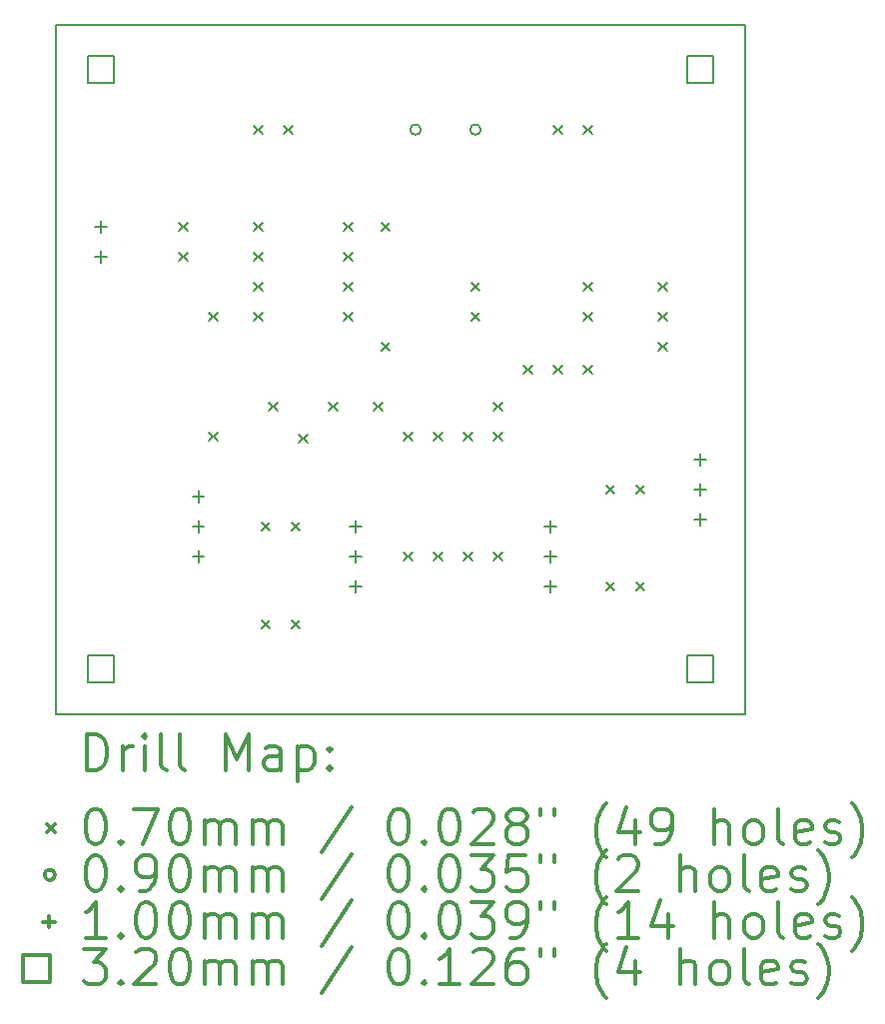
<source format=gbr>
%FSLAX45Y45*%
G04 Gerber Fmt 4.5, Leading zero omitted, Abs format (unit mm)*
G04 Created by KiCad (PCBNEW 4.0.1-stable) date 01/28/17 17:52:14*
%MOMM*%
G01*
G04 APERTURE LIST*
%ADD10C,0.127000*%
%ADD11C,0.150000*%
%ADD12C,0.200000*%
%ADD13C,0.300000*%
G04 APERTURE END LIST*
D10*
D11*
X10795000Y-12954000D02*
X10795000Y-7112000D01*
X16637000Y-12954000D02*
X10795000Y-12954000D01*
X16637000Y-7112000D02*
X16637000Y-12954000D01*
X10795000Y-7112000D02*
X16637000Y-7112000D01*
D12*
X11839500Y-8791500D02*
X11909500Y-8861500D01*
X11909500Y-8791500D02*
X11839500Y-8861500D01*
X11839500Y-9045500D02*
X11909500Y-9115500D01*
X11909500Y-9045500D02*
X11839500Y-9115500D01*
X12093500Y-9553500D02*
X12163500Y-9623500D01*
X12163500Y-9553500D02*
X12093500Y-9623500D01*
X12093500Y-10569500D02*
X12163500Y-10639500D01*
X12163500Y-10569500D02*
X12093500Y-10639500D01*
X12474500Y-7966000D02*
X12544500Y-8036000D01*
X12544500Y-7966000D02*
X12474500Y-8036000D01*
X12474500Y-8791500D02*
X12544500Y-8861500D01*
X12544500Y-8791500D02*
X12474500Y-8861500D01*
X12474500Y-9045500D02*
X12544500Y-9115500D01*
X12544500Y-9045500D02*
X12474500Y-9115500D01*
X12474500Y-9299500D02*
X12544500Y-9369500D01*
X12544500Y-9299500D02*
X12474500Y-9369500D01*
X12474500Y-9553500D02*
X12544500Y-9623500D01*
X12544500Y-9553500D02*
X12474500Y-9623500D01*
X12538000Y-11331500D02*
X12608000Y-11401500D01*
X12608000Y-11331500D02*
X12538000Y-11401500D01*
X12538000Y-12157000D02*
X12608000Y-12227000D01*
X12608000Y-12157000D02*
X12538000Y-12227000D01*
X12601500Y-10315500D02*
X12671500Y-10385500D01*
X12671500Y-10315500D02*
X12601500Y-10385500D01*
X12728500Y-7966000D02*
X12798500Y-8036000D01*
X12798500Y-7966000D02*
X12728500Y-8036000D01*
X12792000Y-11331500D02*
X12862000Y-11401500D01*
X12862000Y-11331500D02*
X12792000Y-11401500D01*
X12792000Y-12157000D02*
X12862000Y-12227000D01*
X12862000Y-12157000D02*
X12792000Y-12227000D01*
X12855500Y-10582200D02*
X12925500Y-10652200D01*
X12925500Y-10582200D02*
X12855500Y-10652200D01*
X13109500Y-10315500D02*
X13179500Y-10385500D01*
X13179500Y-10315500D02*
X13109500Y-10385500D01*
X13236500Y-8791500D02*
X13306500Y-8861500D01*
X13306500Y-8791500D02*
X13236500Y-8861500D01*
X13236500Y-9045500D02*
X13306500Y-9115500D01*
X13306500Y-9045500D02*
X13236500Y-9115500D01*
X13236500Y-9299500D02*
X13306500Y-9369500D01*
X13306500Y-9299500D02*
X13236500Y-9369500D01*
X13236500Y-9553500D02*
X13306500Y-9623500D01*
X13306500Y-9553500D02*
X13236500Y-9623500D01*
X13490500Y-10315500D02*
X13560500Y-10385500D01*
X13560500Y-10315500D02*
X13490500Y-10385500D01*
X13554000Y-8791500D02*
X13624000Y-8861500D01*
X13624000Y-8791500D02*
X13554000Y-8861500D01*
X13554000Y-9807500D02*
X13624000Y-9877500D01*
X13624000Y-9807500D02*
X13554000Y-9877500D01*
X13744500Y-10569500D02*
X13814500Y-10639500D01*
X13814500Y-10569500D02*
X13744500Y-10639500D01*
X13744500Y-11585500D02*
X13814500Y-11655500D01*
X13814500Y-11585500D02*
X13744500Y-11655500D01*
X13998500Y-10569500D02*
X14068500Y-10639500D01*
X14068500Y-10569500D02*
X13998500Y-10639500D01*
X13998500Y-11585500D02*
X14068500Y-11655500D01*
X14068500Y-11585500D02*
X13998500Y-11655500D01*
X14252500Y-10569500D02*
X14322500Y-10639500D01*
X14322500Y-10569500D02*
X14252500Y-10639500D01*
X14252500Y-11585500D02*
X14322500Y-11655500D01*
X14322500Y-11585500D02*
X14252500Y-11655500D01*
X14316000Y-9299500D02*
X14386000Y-9369500D01*
X14386000Y-9299500D02*
X14316000Y-9369500D01*
X14316000Y-9553500D02*
X14386000Y-9623500D01*
X14386000Y-9553500D02*
X14316000Y-9623500D01*
X14506500Y-10315500D02*
X14576500Y-10385500D01*
X14576500Y-10315500D02*
X14506500Y-10385500D01*
X14506500Y-10569500D02*
X14576500Y-10639500D01*
X14576500Y-10569500D02*
X14506500Y-10639500D01*
X14506500Y-11585500D02*
X14576500Y-11655500D01*
X14576500Y-11585500D02*
X14506500Y-11655500D01*
X14760500Y-9998000D02*
X14830500Y-10068000D01*
X14830500Y-9998000D02*
X14760500Y-10068000D01*
X15014500Y-7966000D02*
X15084500Y-8036000D01*
X15084500Y-7966000D02*
X15014500Y-8036000D01*
X15014500Y-9998000D02*
X15084500Y-10068000D01*
X15084500Y-9998000D02*
X15014500Y-10068000D01*
X15268500Y-7966000D02*
X15338500Y-8036000D01*
X15338500Y-7966000D02*
X15268500Y-8036000D01*
X15268500Y-9299500D02*
X15338500Y-9369500D01*
X15338500Y-9299500D02*
X15268500Y-9369500D01*
X15268500Y-9553500D02*
X15338500Y-9623500D01*
X15338500Y-9553500D02*
X15268500Y-9623500D01*
X15268500Y-9998000D02*
X15338500Y-10068000D01*
X15338500Y-9998000D02*
X15268500Y-10068000D01*
X15459000Y-11014000D02*
X15529000Y-11084000D01*
X15529000Y-11014000D02*
X15459000Y-11084000D01*
X15459000Y-11839500D02*
X15529000Y-11909500D01*
X15529000Y-11839500D02*
X15459000Y-11909500D01*
X15713000Y-11014000D02*
X15783000Y-11084000D01*
X15783000Y-11014000D02*
X15713000Y-11084000D01*
X15713000Y-11839500D02*
X15783000Y-11909500D01*
X15783000Y-11839500D02*
X15713000Y-11909500D01*
X15903500Y-9299500D02*
X15973500Y-9369500D01*
X15973500Y-9299500D02*
X15903500Y-9369500D01*
X15903500Y-9553500D02*
X15973500Y-9623500D01*
X15973500Y-9553500D02*
X15903500Y-9623500D01*
X15903500Y-9807500D02*
X15973500Y-9877500D01*
X15973500Y-9807500D02*
X15903500Y-9877500D01*
X13888000Y-8001000D02*
G75*
G03X13888000Y-8001000I-45000J0D01*
G01*
X14396000Y-8001000D02*
G75*
G03X14396000Y-8001000I-45000J0D01*
G01*
X11176000Y-8776500D02*
X11176000Y-8876500D01*
X11126000Y-8826500D02*
X11226000Y-8826500D01*
X11176000Y-9030500D02*
X11176000Y-9130500D01*
X11126000Y-9080500D02*
X11226000Y-9080500D01*
X12001500Y-11062500D02*
X12001500Y-11162500D01*
X11951500Y-11112500D02*
X12051500Y-11112500D01*
X12001500Y-11316500D02*
X12001500Y-11416500D01*
X11951500Y-11366500D02*
X12051500Y-11366500D01*
X12001500Y-11570500D02*
X12001500Y-11670500D01*
X11951500Y-11620500D02*
X12051500Y-11620500D01*
X13335000Y-11316500D02*
X13335000Y-11416500D01*
X13285000Y-11366500D02*
X13385000Y-11366500D01*
X13335000Y-11570500D02*
X13335000Y-11670500D01*
X13285000Y-11620500D02*
X13385000Y-11620500D01*
X13335000Y-11824500D02*
X13335000Y-11924500D01*
X13285000Y-11874500D02*
X13385000Y-11874500D01*
X14986000Y-11316500D02*
X14986000Y-11416500D01*
X14936000Y-11366500D02*
X15036000Y-11366500D01*
X14986000Y-11570500D02*
X14986000Y-11670500D01*
X14936000Y-11620500D02*
X15036000Y-11620500D01*
X14986000Y-11824500D02*
X14986000Y-11924500D01*
X14936000Y-11874500D02*
X15036000Y-11874500D01*
X16256000Y-10745000D02*
X16256000Y-10845000D01*
X16206000Y-10795000D02*
X16306000Y-10795000D01*
X16256000Y-10999000D02*
X16256000Y-11099000D01*
X16206000Y-11049000D02*
X16306000Y-11049000D01*
X16256000Y-11253000D02*
X16256000Y-11353000D01*
X16206000Y-11303000D02*
X16306000Y-11303000D01*
X11289138Y-7606138D02*
X11289138Y-7379862D01*
X11062862Y-7379862D01*
X11062862Y-7606138D01*
X11289138Y-7606138D01*
X11289138Y-12686138D02*
X11289138Y-12459862D01*
X11062862Y-12459862D01*
X11062862Y-12686138D01*
X11289138Y-12686138D01*
X16369138Y-7606138D02*
X16369138Y-7379862D01*
X16142862Y-7379862D01*
X16142862Y-7606138D01*
X16369138Y-7606138D01*
X16369138Y-12686138D02*
X16369138Y-12459862D01*
X16142862Y-12459862D01*
X16142862Y-12686138D01*
X16369138Y-12686138D01*
D13*
X11058929Y-13427214D02*
X11058929Y-13127214D01*
X11130357Y-13127214D01*
X11173214Y-13141500D01*
X11201786Y-13170071D01*
X11216071Y-13198643D01*
X11230357Y-13255786D01*
X11230357Y-13298643D01*
X11216071Y-13355786D01*
X11201786Y-13384357D01*
X11173214Y-13412929D01*
X11130357Y-13427214D01*
X11058929Y-13427214D01*
X11358928Y-13427214D02*
X11358928Y-13227214D01*
X11358928Y-13284357D02*
X11373214Y-13255786D01*
X11387500Y-13241500D01*
X11416071Y-13227214D01*
X11444643Y-13227214D01*
X11544643Y-13427214D02*
X11544643Y-13227214D01*
X11544643Y-13127214D02*
X11530357Y-13141500D01*
X11544643Y-13155786D01*
X11558928Y-13141500D01*
X11544643Y-13127214D01*
X11544643Y-13155786D01*
X11730357Y-13427214D02*
X11701786Y-13412929D01*
X11687500Y-13384357D01*
X11687500Y-13127214D01*
X11887500Y-13427214D02*
X11858928Y-13412929D01*
X11844643Y-13384357D01*
X11844643Y-13127214D01*
X12230357Y-13427214D02*
X12230357Y-13127214D01*
X12330357Y-13341500D01*
X12430357Y-13127214D01*
X12430357Y-13427214D01*
X12701786Y-13427214D02*
X12701786Y-13270071D01*
X12687500Y-13241500D01*
X12658928Y-13227214D01*
X12601786Y-13227214D01*
X12573214Y-13241500D01*
X12701786Y-13412929D02*
X12673214Y-13427214D01*
X12601786Y-13427214D01*
X12573214Y-13412929D01*
X12558928Y-13384357D01*
X12558928Y-13355786D01*
X12573214Y-13327214D01*
X12601786Y-13312929D01*
X12673214Y-13312929D01*
X12701786Y-13298643D01*
X12844643Y-13227214D02*
X12844643Y-13527214D01*
X12844643Y-13241500D02*
X12873214Y-13227214D01*
X12930357Y-13227214D01*
X12958928Y-13241500D01*
X12973214Y-13255786D01*
X12987500Y-13284357D01*
X12987500Y-13370071D01*
X12973214Y-13398643D01*
X12958928Y-13412929D01*
X12930357Y-13427214D01*
X12873214Y-13427214D01*
X12844643Y-13412929D01*
X13116071Y-13398643D02*
X13130357Y-13412929D01*
X13116071Y-13427214D01*
X13101786Y-13412929D01*
X13116071Y-13398643D01*
X13116071Y-13427214D01*
X13116071Y-13241500D02*
X13130357Y-13255786D01*
X13116071Y-13270071D01*
X13101786Y-13255786D01*
X13116071Y-13241500D01*
X13116071Y-13270071D01*
X10717500Y-13886500D02*
X10787500Y-13956500D01*
X10787500Y-13886500D02*
X10717500Y-13956500D01*
X11116071Y-13757214D02*
X11144643Y-13757214D01*
X11173214Y-13771500D01*
X11187500Y-13785786D01*
X11201786Y-13814357D01*
X11216071Y-13871500D01*
X11216071Y-13942929D01*
X11201786Y-14000071D01*
X11187500Y-14028643D01*
X11173214Y-14042929D01*
X11144643Y-14057214D01*
X11116071Y-14057214D01*
X11087500Y-14042929D01*
X11073214Y-14028643D01*
X11058929Y-14000071D01*
X11044643Y-13942929D01*
X11044643Y-13871500D01*
X11058929Y-13814357D01*
X11073214Y-13785786D01*
X11087500Y-13771500D01*
X11116071Y-13757214D01*
X11344643Y-14028643D02*
X11358928Y-14042929D01*
X11344643Y-14057214D01*
X11330357Y-14042929D01*
X11344643Y-14028643D01*
X11344643Y-14057214D01*
X11458928Y-13757214D02*
X11658928Y-13757214D01*
X11530357Y-14057214D01*
X11830357Y-13757214D02*
X11858928Y-13757214D01*
X11887500Y-13771500D01*
X11901786Y-13785786D01*
X11916071Y-13814357D01*
X11930357Y-13871500D01*
X11930357Y-13942929D01*
X11916071Y-14000071D01*
X11901786Y-14028643D01*
X11887500Y-14042929D01*
X11858928Y-14057214D01*
X11830357Y-14057214D01*
X11801786Y-14042929D01*
X11787500Y-14028643D01*
X11773214Y-14000071D01*
X11758928Y-13942929D01*
X11758928Y-13871500D01*
X11773214Y-13814357D01*
X11787500Y-13785786D01*
X11801786Y-13771500D01*
X11830357Y-13757214D01*
X12058928Y-14057214D02*
X12058928Y-13857214D01*
X12058928Y-13885786D02*
X12073214Y-13871500D01*
X12101786Y-13857214D01*
X12144643Y-13857214D01*
X12173214Y-13871500D01*
X12187500Y-13900071D01*
X12187500Y-14057214D01*
X12187500Y-13900071D02*
X12201786Y-13871500D01*
X12230357Y-13857214D01*
X12273214Y-13857214D01*
X12301786Y-13871500D01*
X12316071Y-13900071D01*
X12316071Y-14057214D01*
X12458928Y-14057214D02*
X12458928Y-13857214D01*
X12458928Y-13885786D02*
X12473214Y-13871500D01*
X12501786Y-13857214D01*
X12544643Y-13857214D01*
X12573214Y-13871500D01*
X12587500Y-13900071D01*
X12587500Y-14057214D01*
X12587500Y-13900071D02*
X12601786Y-13871500D01*
X12630357Y-13857214D01*
X12673214Y-13857214D01*
X12701786Y-13871500D01*
X12716071Y-13900071D01*
X12716071Y-14057214D01*
X13301786Y-13742929D02*
X13044643Y-14128643D01*
X13687500Y-13757214D02*
X13716071Y-13757214D01*
X13744643Y-13771500D01*
X13758928Y-13785786D01*
X13773214Y-13814357D01*
X13787500Y-13871500D01*
X13787500Y-13942929D01*
X13773214Y-14000071D01*
X13758928Y-14028643D01*
X13744643Y-14042929D01*
X13716071Y-14057214D01*
X13687500Y-14057214D01*
X13658928Y-14042929D01*
X13644643Y-14028643D01*
X13630357Y-14000071D01*
X13616071Y-13942929D01*
X13616071Y-13871500D01*
X13630357Y-13814357D01*
X13644643Y-13785786D01*
X13658928Y-13771500D01*
X13687500Y-13757214D01*
X13916071Y-14028643D02*
X13930357Y-14042929D01*
X13916071Y-14057214D01*
X13901786Y-14042929D01*
X13916071Y-14028643D01*
X13916071Y-14057214D01*
X14116071Y-13757214D02*
X14144643Y-13757214D01*
X14173214Y-13771500D01*
X14187500Y-13785786D01*
X14201785Y-13814357D01*
X14216071Y-13871500D01*
X14216071Y-13942929D01*
X14201785Y-14000071D01*
X14187500Y-14028643D01*
X14173214Y-14042929D01*
X14144643Y-14057214D01*
X14116071Y-14057214D01*
X14087500Y-14042929D01*
X14073214Y-14028643D01*
X14058928Y-14000071D01*
X14044643Y-13942929D01*
X14044643Y-13871500D01*
X14058928Y-13814357D01*
X14073214Y-13785786D01*
X14087500Y-13771500D01*
X14116071Y-13757214D01*
X14330357Y-13785786D02*
X14344643Y-13771500D01*
X14373214Y-13757214D01*
X14444643Y-13757214D01*
X14473214Y-13771500D01*
X14487500Y-13785786D01*
X14501785Y-13814357D01*
X14501785Y-13842929D01*
X14487500Y-13885786D01*
X14316071Y-14057214D01*
X14501785Y-14057214D01*
X14673214Y-13885786D02*
X14644643Y-13871500D01*
X14630357Y-13857214D01*
X14616071Y-13828643D01*
X14616071Y-13814357D01*
X14630357Y-13785786D01*
X14644643Y-13771500D01*
X14673214Y-13757214D01*
X14730357Y-13757214D01*
X14758928Y-13771500D01*
X14773214Y-13785786D01*
X14787500Y-13814357D01*
X14787500Y-13828643D01*
X14773214Y-13857214D01*
X14758928Y-13871500D01*
X14730357Y-13885786D01*
X14673214Y-13885786D01*
X14644643Y-13900071D01*
X14630357Y-13914357D01*
X14616071Y-13942929D01*
X14616071Y-14000071D01*
X14630357Y-14028643D01*
X14644643Y-14042929D01*
X14673214Y-14057214D01*
X14730357Y-14057214D01*
X14758928Y-14042929D01*
X14773214Y-14028643D01*
X14787500Y-14000071D01*
X14787500Y-13942929D01*
X14773214Y-13914357D01*
X14758928Y-13900071D01*
X14730357Y-13885786D01*
X14901786Y-13757214D02*
X14901786Y-13814357D01*
X15016071Y-13757214D02*
X15016071Y-13814357D01*
X15458928Y-14171500D02*
X15444643Y-14157214D01*
X15416071Y-14114357D01*
X15401785Y-14085786D01*
X15387500Y-14042929D01*
X15373214Y-13971500D01*
X15373214Y-13914357D01*
X15387500Y-13842929D01*
X15401785Y-13800071D01*
X15416071Y-13771500D01*
X15444643Y-13728643D01*
X15458928Y-13714357D01*
X15701785Y-13857214D02*
X15701785Y-14057214D01*
X15630357Y-13742929D02*
X15558928Y-13957214D01*
X15744643Y-13957214D01*
X15873214Y-14057214D02*
X15930357Y-14057214D01*
X15958928Y-14042929D01*
X15973214Y-14028643D01*
X16001785Y-13985786D01*
X16016071Y-13928643D01*
X16016071Y-13814357D01*
X16001785Y-13785786D01*
X15987500Y-13771500D01*
X15958928Y-13757214D01*
X15901785Y-13757214D01*
X15873214Y-13771500D01*
X15858928Y-13785786D01*
X15844643Y-13814357D01*
X15844643Y-13885786D01*
X15858928Y-13914357D01*
X15873214Y-13928643D01*
X15901785Y-13942929D01*
X15958928Y-13942929D01*
X15987500Y-13928643D01*
X16001785Y-13914357D01*
X16016071Y-13885786D01*
X16373214Y-14057214D02*
X16373214Y-13757214D01*
X16501785Y-14057214D02*
X16501785Y-13900071D01*
X16487500Y-13871500D01*
X16458928Y-13857214D01*
X16416071Y-13857214D01*
X16387500Y-13871500D01*
X16373214Y-13885786D01*
X16687500Y-14057214D02*
X16658928Y-14042929D01*
X16644643Y-14028643D01*
X16630357Y-14000071D01*
X16630357Y-13914357D01*
X16644643Y-13885786D01*
X16658928Y-13871500D01*
X16687500Y-13857214D01*
X16730357Y-13857214D01*
X16758928Y-13871500D01*
X16773214Y-13885786D01*
X16787500Y-13914357D01*
X16787500Y-14000071D01*
X16773214Y-14028643D01*
X16758928Y-14042929D01*
X16730357Y-14057214D01*
X16687500Y-14057214D01*
X16958928Y-14057214D02*
X16930357Y-14042929D01*
X16916071Y-14014357D01*
X16916071Y-13757214D01*
X17187500Y-14042929D02*
X17158929Y-14057214D01*
X17101786Y-14057214D01*
X17073214Y-14042929D01*
X17058929Y-14014357D01*
X17058929Y-13900071D01*
X17073214Y-13871500D01*
X17101786Y-13857214D01*
X17158929Y-13857214D01*
X17187500Y-13871500D01*
X17201786Y-13900071D01*
X17201786Y-13928643D01*
X17058929Y-13957214D01*
X17316071Y-14042929D02*
X17344643Y-14057214D01*
X17401786Y-14057214D01*
X17430357Y-14042929D01*
X17444643Y-14014357D01*
X17444643Y-14000071D01*
X17430357Y-13971500D01*
X17401786Y-13957214D01*
X17358929Y-13957214D01*
X17330357Y-13942929D01*
X17316071Y-13914357D01*
X17316071Y-13900071D01*
X17330357Y-13871500D01*
X17358929Y-13857214D01*
X17401786Y-13857214D01*
X17430357Y-13871500D01*
X17544643Y-14171500D02*
X17558929Y-14157214D01*
X17587500Y-14114357D01*
X17601786Y-14085786D01*
X17616071Y-14042929D01*
X17630357Y-13971500D01*
X17630357Y-13914357D01*
X17616071Y-13842929D01*
X17601786Y-13800071D01*
X17587500Y-13771500D01*
X17558929Y-13728643D01*
X17544643Y-13714357D01*
X10787500Y-14317500D02*
G75*
G03X10787500Y-14317500I-45000J0D01*
G01*
X11116071Y-14153214D02*
X11144643Y-14153214D01*
X11173214Y-14167500D01*
X11187500Y-14181786D01*
X11201786Y-14210357D01*
X11216071Y-14267500D01*
X11216071Y-14338929D01*
X11201786Y-14396071D01*
X11187500Y-14424643D01*
X11173214Y-14438929D01*
X11144643Y-14453214D01*
X11116071Y-14453214D01*
X11087500Y-14438929D01*
X11073214Y-14424643D01*
X11058929Y-14396071D01*
X11044643Y-14338929D01*
X11044643Y-14267500D01*
X11058929Y-14210357D01*
X11073214Y-14181786D01*
X11087500Y-14167500D01*
X11116071Y-14153214D01*
X11344643Y-14424643D02*
X11358928Y-14438929D01*
X11344643Y-14453214D01*
X11330357Y-14438929D01*
X11344643Y-14424643D01*
X11344643Y-14453214D01*
X11501786Y-14453214D02*
X11558928Y-14453214D01*
X11587500Y-14438929D01*
X11601786Y-14424643D01*
X11630357Y-14381786D01*
X11644643Y-14324643D01*
X11644643Y-14210357D01*
X11630357Y-14181786D01*
X11616071Y-14167500D01*
X11587500Y-14153214D01*
X11530357Y-14153214D01*
X11501786Y-14167500D01*
X11487500Y-14181786D01*
X11473214Y-14210357D01*
X11473214Y-14281786D01*
X11487500Y-14310357D01*
X11501786Y-14324643D01*
X11530357Y-14338929D01*
X11587500Y-14338929D01*
X11616071Y-14324643D01*
X11630357Y-14310357D01*
X11644643Y-14281786D01*
X11830357Y-14153214D02*
X11858928Y-14153214D01*
X11887500Y-14167500D01*
X11901786Y-14181786D01*
X11916071Y-14210357D01*
X11930357Y-14267500D01*
X11930357Y-14338929D01*
X11916071Y-14396071D01*
X11901786Y-14424643D01*
X11887500Y-14438929D01*
X11858928Y-14453214D01*
X11830357Y-14453214D01*
X11801786Y-14438929D01*
X11787500Y-14424643D01*
X11773214Y-14396071D01*
X11758928Y-14338929D01*
X11758928Y-14267500D01*
X11773214Y-14210357D01*
X11787500Y-14181786D01*
X11801786Y-14167500D01*
X11830357Y-14153214D01*
X12058928Y-14453214D02*
X12058928Y-14253214D01*
X12058928Y-14281786D02*
X12073214Y-14267500D01*
X12101786Y-14253214D01*
X12144643Y-14253214D01*
X12173214Y-14267500D01*
X12187500Y-14296071D01*
X12187500Y-14453214D01*
X12187500Y-14296071D02*
X12201786Y-14267500D01*
X12230357Y-14253214D01*
X12273214Y-14253214D01*
X12301786Y-14267500D01*
X12316071Y-14296071D01*
X12316071Y-14453214D01*
X12458928Y-14453214D02*
X12458928Y-14253214D01*
X12458928Y-14281786D02*
X12473214Y-14267500D01*
X12501786Y-14253214D01*
X12544643Y-14253214D01*
X12573214Y-14267500D01*
X12587500Y-14296071D01*
X12587500Y-14453214D01*
X12587500Y-14296071D02*
X12601786Y-14267500D01*
X12630357Y-14253214D01*
X12673214Y-14253214D01*
X12701786Y-14267500D01*
X12716071Y-14296071D01*
X12716071Y-14453214D01*
X13301786Y-14138929D02*
X13044643Y-14524643D01*
X13687500Y-14153214D02*
X13716071Y-14153214D01*
X13744643Y-14167500D01*
X13758928Y-14181786D01*
X13773214Y-14210357D01*
X13787500Y-14267500D01*
X13787500Y-14338929D01*
X13773214Y-14396071D01*
X13758928Y-14424643D01*
X13744643Y-14438929D01*
X13716071Y-14453214D01*
X13687500Y-14453214D01*
X13658928Y-14438929D01*
X13644643Y-14424643D01*
X13630357Y-14396071D01*
X13616071Y-14338929D01*
X13616071Y-14267500D01*
X13630357Y-14210357D01*
X13644643Y-14181786D01*
X13658928Y-14167500D01*
X13687500Y-14153214D01*
X13916071Y-14424643D02*
X13930357Y-14438929D01*
X13916071Y-14453214D01*
X13901786Y-14438929D01*
X13916071Y-14424643D01*
X13916071Y-14453214D01*
X14116071Y-14153214D02*
X14144643Y-14153214D01*
X14173214Y-14167500D01*
X14187500Y-14181786D01*
X14201785Y-14210357D01*
X14216071Y-14267500D01*
X14216071Y-14338929D01*
X14201785Y-14396071D01*
X14187500Y-14424643D01*
X14173214Y-14438929D01*
X14144643Y-14453214D01*
X14116071Y-14453214D01*
X14087500Y-14438929D01*
X14073214Y-14424643D01*
X14058928Y-14396071D01*
X14044643Y-14338929D01*
X14044643Y-14267500D01*
X14058928Y-14210357D01*
X14073214Y-14181786D01*
X14087500Y-14167500D01*
X14116071Y-14153214D01*
X14316071Y-14153214D02*
X14501785Y-14153214D01*
X14401785Y-14267500D01*
X14444643Y-14267500D01*
X14473214Y-14281786D01*
X14487500Y-14296071D01*
X14501785Y-14324643D01*
X14501785Y-14396071D01*
X14487500Y-14424643D01*
X14473214Y-14438929D01*
X14444643Y-14453214D01*
X14358928Y-14453214D01*
X14330357Y-14438929D01*
X14316071Y-14424643D01*
X14773214Y-14153214D02*
X14630357Y-14153214D01*
X14616071Y-14296071D01*
X14630357Y-14281786D01*
X14658928Y-14267500D01*
X14730357Y-14267500D01*
X14758928Y-14281786D01*
X14773214Y-14296071D01*
X14787500Y-14324643D01*
X14787500Y-14396071D01*
X14773214Y-14424643D01*
X14758928Y-14438929D01*
X14730357Y-14453214D01*
X14658928Y-14453214D01*
X14630357Y-14438929D01*
X14616071Y-14424643D01*
X14901786Y-14153214D02*
X14901786Y-14210357D01*
X15016071Y-14153214D02*
X15016071Y-14210357D01*
X15458928Y-14567500D02*
X15444643Y-14553214D01*
X15416071Y-14510357D01*
X15401785Y-14481786D01*
X15387500Y-14438929D01*
X15373214Y-14367500D01*
X15373214Y-14310357D01*
X15387500Y-14238929D01*
X15401785Y-14196071D01*
X15416071Y-14167500D01*
X15444643Y-14124643D01*
X15458928Y-14110357D01*
X15558928Y-14181786D02*
X15573214Y-14167500D01*
X15601785Y-14153214D01*
X15673214Y-14153214D01*
X15701785Y-14167500D01*
X15716071Y-14181786D01*
X15730357Y-14210357D01*
X15730357Y-14238929D01*
X15716071Y-14281786D01*
X15544643Y-14453214D01*
X15730357Y-14453214D01*
X16087500Y-14453214D02*
X16087500Y-14153214D01*
X16216071Y-14453214D02*
X16216071Y-14296071D01*
X16201785Y-14267500D01*
X16173214Y-14253214D01*
X16130357Y-14253214D01*
X16101785Y-14267500D01*
X16087500Y-14281786D01*
X16401785Y-14453214D02*
X16373214Y-14438929D01*
X16358928Y-14424643D01*
X16344643Y-14396071D01*
X16344643Y-14310357D01*
X16358928Y-14281786D01*
X16373214Y-14267500D01*
X16401785Y-14253214D01*
X16444643Y-14253214D01*
X16473214Y-14267500D01*
X16487500Y-14281786D01*
X16501785Y-14310357D01*
X16501785Y-14396071D01*
X16487500Y-14424643D01*
X16473214Y-14438929D01*
X16444643Y-14453214D01*
X16401785Y-14453214D01*
X16673214Y-14453214D02*
X16644643Y-14438929D01*
X16630357Y-14410357D01*
X16630357Y-14153214D01*
X16901786Y-14438929D02*
X16873214Y-14453214D01*
X16816071Y-14453214D01*
X16787500Y-14438929D01*
X16773214Y-14410357D01*
X16773214Y-14296071D01*
X16787500Y-14267500D01*
X16816071Y-14253214D01*
X16873214Y-14253214D01*
X16901786Y-14267500D01*
X16916071Y-14296071D01*
X16916071Y-14324643D01*
X16773214Y-14353214D01*
X17030357Y-14438929D02*
X17058929Y-14453214D01*
X17116071Y-14453214D01*
X17144643Y-14438929D01*
X17158929Y-14410357D01*
X17158929Y-14396071D01*
X17144643Y-14367500D01*
X17116071Y-14353214D01*
X17073214Y-14353214D01*
X17044643Y-14338929D01*
X17030357Y-14310357D01*
X17030357Y-14296071D01*
X17044643Y-14267500D01*
X17073214Y-14253214D01*
X17116071Y-14253214D01*
X17144643Y-14267500D01*
X17258928Y-14567500D02*
X17273214Y-14553214D01*
X17301786Y-14510357D01*
X17316071Y-14481786D01*
X17330357Y-14438929D01*
X17344643Y-14367500D01*
X17344643Y-14310357D01*
X17330357Y-14238929D01*
X17316071Y-14196071D01*
X17301786Y-14167500D01*
X17273214Y-14124643D01*
X17258928Y-14110357D01*
X10737500Y-14663500D02*
X10737500Y-14763500D01*
X10687500Y-14713500D02*
X10787500Y-14713500D01*
X11216071Y-14849214D02*
X11044643Y-14849214D01*
X11130357Y-14849214D02*
X11130357Y-14549214D01*
X11101786Y-14592071D01*
X11073214Y-14620643D01*
X11044643Y-14634929D01*
X11344643Y-14820643D02*
X11358928Y-14834929D01*
X11344643Y-14849214D01*
X11330357Y-14834929D01*
X11344643Y-14820643D01*
X11344643Y-14849214D01*
X11544643Y-14549214D02*
X11573214Y-14549214D01*
X11601786Y-14563500D01*
X11616071Y-14577786D01*
X11630357Y-14606357D01*
X11644643Y-14663500D01*
X11644643Y-14734929D01*
X11630357Y-14792071D01*
X11616071Y-14820643D01*
X11601786Y-14834929D01*
X11573214Y-14849214D01*
X11544643Y-14849214D01*
X11516071Y-14834929D01*
X11501786Y-14820643D01*
X11487500Y-14792071D01*
X11473214Y-14734929D01*
X11473214Y-14663500D01*
X11487500Y-14606357D01*
X11501786Y-14577786D01*
X11516071Y-14563500D01*
X11544643Y-14549214D01*
X11830357Y-14549214D02*
X11858928Y-14549214D01*
X11887500Y-14563500D01*
X11901786Y-14577786D01*
X11916071Y-14606357D01*
X11930357Y-14663500D01*
X11930357Y-14734929D01*
X11916071Y-14792071D01*
X11901786Y-14820643D01*
X11887500Y-14834929D01*
X11858928Y-14849214D01*
X11830357Y-14849214D01*
X11801786Y-14834929D01*
X11787500Y-14820643D01*
X11773214Y-14792071D01*
X11758928Y-14734929D01*
X11758928Y-14663500D01*
X11773214Y-14606357D01*
X11787500Y-14577786D01*
X11801786Y-14563500D01*
X11830357Y-14549214D01*
X12058928Y-14849214D02*
X12058928Y-14649214D01*
X12058928Y-14677786D02*
X12073214Y-14663500D01*
X12101786Y-14649214D01*
X12144643Y-14649214D01*
X12173214Y-14663500D01*
X12187500Y-14692071D01*
X12187500Y-14849214D01*
X12187500Y-14692071D02*
X12201786Y-14663500D01*
X12230357Y-14649214D01*
X12273214Y-14649214D01*
X12301786Y-14663500D01*
X12316071Y-14692071D01*
X12316071Y-14849214D01*
X12458928Y-14849214D02*
X12458928Y-14649214D01*
X12458928Y-14677786D02*
X12473214Y-14663500D01*
X12501786Y-14649214D01*
X12544643Y-14649214D01*
X12573214Y-14663500D01*
X12587500Y-14692071D01*
X12587500Y-14849214D01*
X12587500Y-14692071D02*
X12601786Y-14663500D01*
X12630357Y-14649214D01*
X12673214Y-14649214D01*
X12701786Y-14663500D01*
X12716071Y-14692071D01*
X12716071Y-14849214D01*
X13301786Y-14534929D02*
X13044643Y-14920643D01*
X13687500Y-14549214D02*
X13716071Y-14549214D01*
X13744643Y-14563500D01*
X13758928Y-14577786D01*
X13773214Y-14606357D01*
X13787500Y-14663500D01*
X13787500Y-14734929D01*
X13773214Y-14792071D01*
X13758928Y-14820643D01*
X13744643Y-14834929D01*
X13716071Y-14849214D01*
X13687500Y-14849214D01*
X13658928Y-14834929D01*
X13644643Y-14820643D01*
X13630357Y-14792071D01*
X13616071Y-14734929D01*
X13616071Y-14663500D01*
X13630357Y-14606357D01*
X13644643Y-14577786D01*
X13658928Y-14563500D01*
X13687500Y-14549214D01*
X13916071Y-14820643D02*
X13930357Y-14834929D01*
X13916071Y-14849214D01*
X13901786Y-14834929D01*
X13916071Y-14820643D01*
X13916071Y-14849214D01*
X14116071Y-14549214D02*
X14144643Y-14549214D01*
X14173214Y-14563500D01*
X14187500Y-14577786D01*
X14201785Y-14606357D01*
X14216071Y-14663500D01*
X14216071Y-14734929D01*
X14201785Y-14792071D01*
X14187500Y-14820643D01*
X14173214Y-14834929D01*
X14144643Y-14849214D01*
X14116071Y-14849214D01*
X14087500Y-14834929D01*
X14073214Y-14820643D01*
X14058928Y-14792071D01*
X14044643Y-14734929D01*
X14044643Y-14663500D01*
X14058928Y-14606357D01*
X14073214Y-14577786D01*
X14087500Y-14563500D01*
X14116071Y-14549214D01*
X14316071Y-14549214D02*
X14501785Y-14549214D01*
X14401785Y-14663500D01*
X14444643Y-14663500D01*
X14473214Y-14677786D01*
X14487500Y-14692071D01*
X14501785Y-14720643D01*
X14501785Y-14792071D01*
X14487500Y-14820643D01*
X14473214Y-14834929D01*
X14444643Y-14849214D01*
X14358928Y-14849214D01*
X14330357Y-14834929D01*
X14316071Y-14820643D01*
X14644643Y-14849214D02*
X14701785Y-14849214D01*
X14730357Y-14834929D01*
X14744643Y-14820643D01*
X14773214Y-14777786D01*
X14787500Y-14720643D01*
X14787500Y-14606357D01*
X14773214Y-14577786D01*
X14758928Y-14563500D01*
X14730357Y-14549214D01*
X14673214Y-14549214D01*
X14644643Y-14563500D01*
X14630357Y-14577786D01*
X14616071Y-14606357D01*
X14616071Y-14677786D01*
X14630357Y-14706357D01*
X14644643Y-14720643D01*
X14673214Y-14734929D01*
X14730357Y-14734929D01*
X14758928Y-14720643D01*
X14773214Y-14706357D01*
X14787500Y-14677786D01*
X14901786Y-14549214D02*
X14901786Y-14606357D01*
X15016071Y-14549214D02*
X15016071Y-14606357D01*
X15458928Y-14963500D02*
X15444643Y-14949214D01*
X15416071Y-14906357D01*
X15401785Y-14877786D01*
X15387500Y-14834929D01*
X15373214Y-14763500D01*
X15373214Y-14706357D01*
X15387500Y-14634929D01*
X15401785Y-14592071D01*
X15416071Y-14563500D01*
X15444643Y-14520643D01*
X15458928Y-14506357D01*
X15730357Y-14849214D02*
X15558928Y-14849214D01*
X15644643Y-14849214D02*
X15644643Y-14549214D01*
X15616071Y-14592071D01*
X15587500Y-14620643D01*
X15558928Y-14634929D01*
X15987500Y-14649214D02*
X15987500Y-14849214D01*
X15916071Y-14534929D02*
X15844643Y-14749214D01*
X16030357Y-14749214D01*
X16373214Y-14849214D02*
X16373214Y-14549214D01*
X16501785Y-14849214D02*
X16501785Y-14692071D01*
X16487500Y-14663500D01*
X16458928Y-14649214D01*
X16416071Y-14649214D01*
X16387500Y-14663500D01*
X16373214Y-14677786D01*
X16687500Y-14849214D02*
X16658928Y-14834929D01*
X16644643Y-14820643D01*
X16630357Y-14792071D01*
X16630357Y-14706357D01*
X16644643Y-14677786D01*
X16658928Y-14663500D01*
X16687500Y-14649214D01*
X16730357Y-14649214D01*
X16758928Y-14663500D01*
X16773214Y-14677786D01*
X16787500Y-14706357D01*
X16787500Y-14792071D01*
X16773214Y-14820643D01*
X16758928Y-14834929D01*
X16730357Y-14849214D01*
X16687500Y-14849214D01*
X16958928Y-14849214D02*
X16930357Y-14834929D01*
X16916071Y-14806357D01*
X16916071Y-14549214D01*
X17187500Y-14834929D02*
X17158929Y-14849214D01*
X17101786Y-14849214D01*
X17073214Y-14834929D01*
X17058929Y-14806357D01*
X17058929Y-14692071D01*
X17073214Y-14663500D01*
X17101786Y-14649214D01*
X17158929Y-14649214D01*
X17187500Y-14663500D01*
X17201786Y-14692071D01*
X17201786Y-14720643D01*
X17058929Y-14749214D01*
X17316071Y-14834929D02*
X17344643Y-14849214D01*
X17401786Y-14849214D01*
X17430357Y-14834929D01*
X17444643Y-14806357D01*
X17444643Y-14792071D01*
X17430357Y-14763500D01*
X17401786Y-14749214D01*
X17358929Y-14749214D01*
X17330357Y-14734929D01*
X17316071Y-14706357D01*
X17316071Y-14692071D01*
X17330357Y-14663500D01*
X17358929Y-14649214D01*
X17401786Y-14649214D01*
X17430357Y-14663500D01*
X17544643Y-14963500D02*
X17558929Y-14949214D01*
X17587500Y-14906357D01*
X17601786Y-14877786D01*
X17616071Y-14834929D01*
X17630357Y-14763500D01*
X17630357Y-14706357D01*
X17616071Y-14634929D01*
X17601786Y-14592071D01*
X17587500Y-14563500D01*
X17558929Y-14520643D01*
X17544643Y-14506357D01*
X10740638Y-15222638D02*
X10740638Y-14996362D01*
X10514362Y-14996362D01*
X10514362Y-15222638D01*
X10740638Y-15222638D01*
X11030357Y-14945214D02*
X11216071Y-14945214D01*
X11116071Y-15059500D01*
X11158929Y-15059500D01*
X11187500Y-15073786D01*
X11201786Y-15088071D01*
X11216071Y-15116643D01*
X11216071Y-15188071D01*
X11201786Y-15216643D01*
X11187500Y-15230929D01*
X11158929Y-15245214D01*
X11073214Y-15245214D01*
X11044643Y-15230929D01*
X11030357Y-15216643D01*
X11344643Y-15216643D02*
X11358928Y-15230929D01*
X11344643Y-15245214D01*
X11330357Y-15230929D01*
X11344643Y-15216643D01*
X11344643Y-15245214D01*
X11473214Y-14973786D02*
X11487500Y-14959500D01*
X11516071Y-14945214D01*
X11587500Y-14945214D01*
X11616071Y-14959500D01*
X11630357Y-14973786D01*
X11644643Y-15002357D01*
X11644643Y-15030929D01*
X11630357Y-15073786D01*
X11458928Y-15245214D01*
X11644643Y-15245214D01*
X11830357Y-14945214D02*
X11858928Y-14945214D01*
X11887500Y-14959500D01*
X11901786Y-14973786D01*
X11916071Y-15002357D01*
X11930357Y-15059500D01*
X11930357Y-15130929D01*
X11916071Y-15188071D01*
X11901786Y-15216643D01*
X11887500Y-15230929D01*
X11858928Y-15245214D01*
X11830357Y-15245214D01*
X11801786Y-15230929D01*
X11787500Y-15216643D01*
X11773214Y-15188071D01*
X11758928Y-15130929D01*
X11758928Y-15059500D01*
X11773214Y-15002357D01*
X11787500Y-14973786D01*
X11801786Y-14959500D01*
X11830357Y-14945214D01*
X12058928Y-15245214D02*
X12058928Y-15045214D01*
X12058928Y-15073786D02*
X12073214Y-15059500D01*
X12101786Y-15045214D01*
X12144643Y-15045214D01*
X12173214Y-15059500D01*
X12187500Y-15088071D01*
X12187500Y-15245214D01*
X12187500Y-15088071D02*
X12201786Y-15059500D01*
X12230357Y-15045214D01*
X12273214Y-15045214D01*
X12301786Y-15059500D01*
X12316071Y-15088071D01*
X12316071Y-15245214D01*
X12458928Y-15245214D02*
X12458928Y-15045214D01*
X12458928Y-15073786D02*
X12473214Y-15059500D01*
X12501786Y-15045214D01*
X12544643Y-15045214D01*
X12573214Y-15059500D01*
X12587500Y-15088071D01*
X12587500Y-15245214D01*
X12587500Y-15088071D02*
X12601786Y-15059500D01*
X12630357Y-15045214D01*
X12673214Y-15045214D01*
X12701786Y-15059500D01*
X12716071Y-15088071D01*
X12716071Y-15245214D01*
X13301786Y-14930929D02*
X13044643Y-15316643D01*
X13687500Y-14945214D02*
X13716071Y-14945214D01*
X13744643Y-14959500D01*
X13758928Y-14973786D01*
X13773214Y-15002357D01*
X13787500Y-15059500D01*
X13787500Y-15130929D01*
X13773214Y-15188071D01*
X13758928Y-15216643D01*
X13744643Y-15230929D01*
X13716071Y-15245214D01*
X13687500Y-15245214D01*
X13658928Y-15230929D01*
X13644643Y-15216643D01*
X13630357Y-15188071D01*
X13616071Y-15130929D01*
X13616071Y-15059500D01*
X13630357Y-15002357D01*
X13644643Y-14973786D01*
X13658928Y-14959500D01*
X13687500Y-14945214D01*
X13916071Y-15216643D02*
X13930357Y-15230929D01*
X13916071Y-15245214D01*
X13901786Y-15230929D01*
X13916071Y-15216643D01*
X13916071Y-15245214D01*
X14216071Y-15245214D02*
X14044643Y-15245214D01*
X14130357Y-15245214D02*
X14130357Y-14945214D01*
X14101785Y-14988071D01*
X14073214Y-15016643D01*
X14044643Y-15030929D01*
X14330357Y-14973786D02*
X14344643Y-14959500D01*
X14373214Y-14945214D01*
X14444643Y-14945214D01*
X14473214Y-14959500D01*
X14487500Y-14973786D01*
X14501785Y-15002357D01*
X14501785Y-15030929D01*
X14487500Y-15073786D01*
X14316071Y-15245214D01*
X14501785Y-15245214D01*
X14758928Y-14945214D02*
X14701785Y-14945214D01*
X14673214Y-14959500D01*
X14658928Y-14973786D01*
X14630357Y-15016643D01*
X14616071Y-15073786D01*
X14616071Y-15188071D01*
X14630357Y-15216643D01*
X14644643Y-15230929D01*
X14673214Y-15245214D01*
X14730357Y-15245214D01*
X14758928Y-15230929D01*
X14773214Y-15216643D01*
X14787500Y-15188071D01*
X14787500Y-15116643D01*
X14773214Y-15088071D01*
X14758928Y-15073786D01*
X14730357Y-15059500D01*
X14673214Y-15059500D01*
X14644643Y-15073786D01*
X14630357Y-15088071D01*
X14616071Y-15116643D01*
X14901786Y-14945214D02*
X14901786Y-15002357D01*
X15016071Y-14945214D02*
X15016071Y-15002357D01*
X15458928Y-15359500D02*
X15444643Y-15345214D01*
X15416071Y-15302357D01*
X15401785Y-15273786D01*
X15387500Y-15230929D01*
X15373214Y-15159500D01*
X15373214Y-15102357D01*
X15387500Y-15030929D01*
X15401785Y-14988071D01*
X15416071Y-14959500D01*
X15444643Y-14916643D01*
X15458928Y-14902357D01*
X15701785Y-15045214D02*
X15701785Y-15245214D01*
X15630357Y-14930929D02*
X15558928Y-15145214D01*
X15744643Y-15145214D01*
X16087500Y-15245214D02*
X16087500Y-14945214D01*
X16216071Y-15245214D02*
X16216071Y-15088071D01*
X16201785Y-15059500D01*
X16173214Y-15045214D01*
X16130357Y-15045214D01*
X16101785Y-15059500D01*
X16087500Y-15073786D01*
X16401785Y-15245214D02*
X16373214Y-15230929D01*
X16358928Y-15216643D01*
X16344643Y-15188071D01*
X16344643Y-15102357D01*
X16358928Y-15073786D01*
X16373214Y-15059500D01*
X16401785Y-15045214D01*
X16444643Y-15045214D01*
X16473214Y-15059500D01*
X16487500Y-15073786D01*
X16501785Y-15102357D01*
X16501785Y-15188071D01*
X16487500Y-15216643D01*
X16473214Y-15230929D01*
X16444643Y-15245214D01*
X16401785Y-15245214D01*
X16673214Y-15245214D02*
X16644643Y-15230929D01*
X16630357Y-15202357D01*
X16630357Y-14945214D01*
X16901786Y-15230929D02*
X16873214Y-15245214D01*
X16816071Y-15245214D01*
X16787500Y-15230929D01*
X16773214Y-15202357D01*
X16773214Y-15088071D01*
X16787500Y-15059500D01*
X16816071Y-15045214D01*
X16873214Y-15045214D01*
X16901786Y-15059500D01*
X16916071Y-15088071D01*
X16916071Y-15116643D01*
X16773214Y-15145214D01*
X17030357Y-15230929D02*
X17058929Y-15245214D01*
X17116071Y-15245214D01*
X17144643Y-15230929D01*
X17158929Y-15202357D01*
X17158929Y-15188071D01*
X17144643Y-15159500D01*
X17116071Y-15145214D01*
X17073214Y-15145214D01*
X17044643Y-15130929D01*
X17030357Y-15102357D01*
X17030357Y-15088071D01*
X17044643Y-15059500D01*
X17073214Y-15045214D01*
X17116071Y-15045214D01*
X17144643Y-15059500D01*
X17258928Y-15359500D02*
X17273214Y-15345214D01*
X17301786Y-15302357D01*
X17316071Y-15273786D01*
X17330357Y-15230929D01*
X17344643Y-15159500D01*
X17344643Y-15102357D01*
X17330357Y-15030929D01*
X17316071Y-14988071D01*
X17301786Y-14959500D01*
X17273214Y-14916643D01*
X17258928Y-14902357D01*
M02*

</source>
